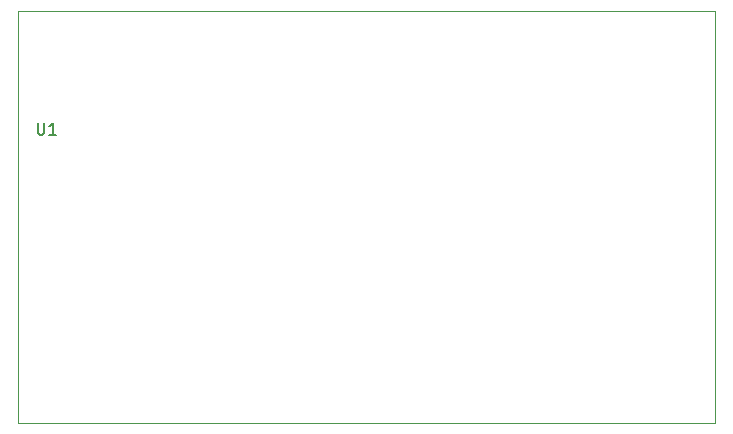
<source format=gbr>
G04 #@! TF.GenerationSoftware,KiCad,Pcbnew,5.1.2-f72e74a~84~ubuntu19.04.1*
G04 #@! TF.CreationDate,2019-05-07T16:21:10-05:00*
G04 #@! TF.ProjectId,Adapter-TE-52,41646170-7465-4722-9d54-452d35322e6b,rev?*
G04 #@! TF.SameCoordinates,Original*
G04 #@! TF.FileFunction,Legend,Top*
G04 #@! TF.FilePolarity,Positive*
%FSLAX46Y46*%
G04 Gerber Fmt 4.6, Leading zero omitted, Abs format (unit mm)*
G04 Created by KiCad (PCBNEW 5.1.2-f72e74a~84~ubuntu19.04.1) date 2019-05-07 16:21:10*
%MOMM*%
%LPD*%
G04 APERTURE LIST*
%ADD10C,0.120000*%
%ADD11C,0.150000*%
G04 APERTURE END LIST*
D10*
X106159300Y-110426500D02*
X106159300Y-75539600D01*
X165163500Y-110426500D02*
X106159300Y-110426500D01*
X165163500Y-75539600D02*
X165163500Y-110426500D01*
X106159300Y-75539600D02*
X165163500Y-75539600D01*
D11*
X107797695Y-85012280D02*
X107797695Y-85821804D01*
X107845314Y-85917042D01*
X107892933Y-85964661D01*
X107988171Y-86012280D01*
X108178647Y-86012280D01*
X108273885Y-85964661D01*
X108321504Y-85917042D01*
X108369123Y-85821804D01*
X108369123Y-85012280D01*
X109369123Y-86012280D02*
X108797695Y-86012280D01*
X109083409Y-86012280D02*
X109083409Y-85012280D01*
X108988171Y-85155138D01*
X108892933Y-85250376D01*
X108797695Y-85297995D01*
M02*

</source>
